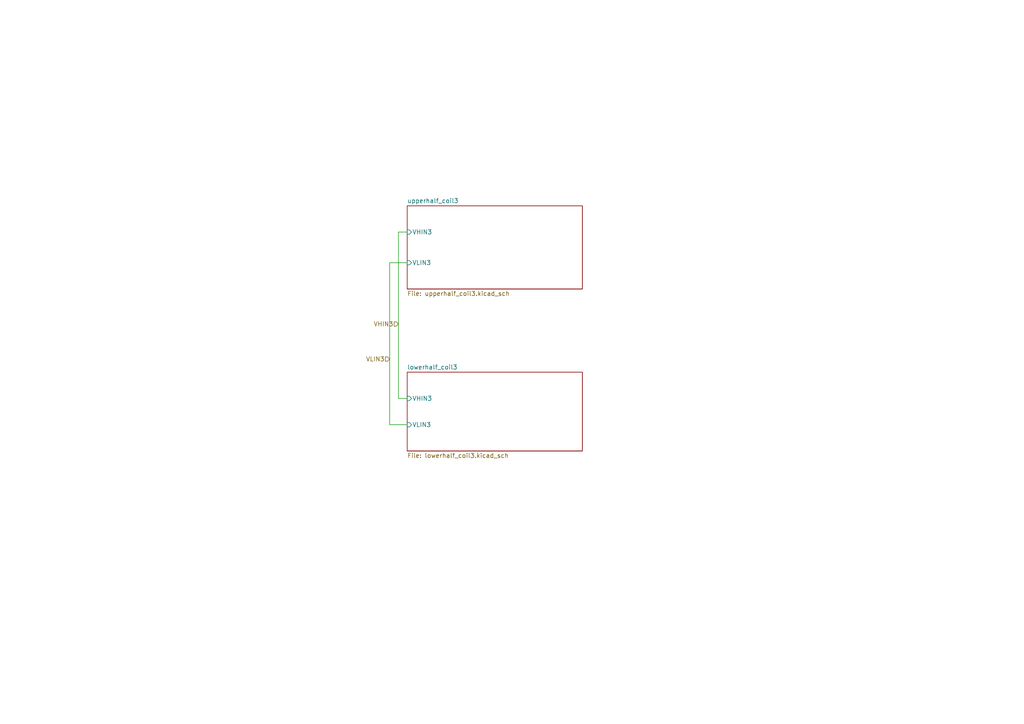
<source format=kicad_sch>
(kicad_sch
	(version 20231120)
	(generator "eeschema")
	(generator_version "8.0")
	(uuid "18c9947b-f2f5-403c-9c48-3253d2a2477c")
	(paper "A4")
	(lib_symbols)
	(wire
		(pts
			(xy 113.03 76.2) (xy 113.03 123.19)
		)
		(stroke
			(width 0)
			(type default)
		)
		(uuid "0aed360d-8bce-407e-869a-1fc72fe7c895")
	)
	(wire
		(pts
			(xy 115.57 67.31) (xy 115.57 115.57)
		)
		(stroke
			(width 0)
			(type default)
		)
		(uuid "2d5177db-4f58-4771-a964-e8816421463e")
	)
	(wire
		(pts
			(xy 118.11 76.2) (xy 113.03 76.2)
		)
		(stroke
			(width 0)
			(type default)
		)
		(uuid "479e8fe8-1aa1-443e-9fc0-5f7f4e2af82f")
	)
	(wire
		(pts
			(xy 113.03 123.19) (xy 118.11 123.19)
		)
		(stroke
			(width 0)
			(type default)
		)
		(uuid "4f70dec6-8e41-4db8-ac00-e52bccc5e701")
	)
	(wire
		(pts
			(xy 115.57 115.57) (xy 118.11 115.57)
		)
		(stroke
			(width 0)
			(type default)
		)
		(uuid "87f6b7b5-4115-40d8-bd5a-af9bfff9edfd")
	)
	(wire
		(pts
			(xy 118.11 67.31) (xy 115.57 67.31)
		)
		(stroke
			(width 0)
			(type default)
		)
		(uuid "adbcd592-024c-4d2e-b7fe-d844cc7dd8ec")
	)
	(hierarchical_label "VHIN3"
		(shape input)
		(at 115.57 93.98 180)
		(fields_autoplaced yes)
		(effects
			(font
				(size 1.27 1.27)
			)
			(justify right)
		)
		(uuid "179776c1-7613-40e5-9071-e7ef54d9b1b9")
	)
	(hierarchical_label "VLIN3"
		(shape input)
		(at 113.03 104.14 180)
		(fields_autoplaced yes)
		(effects
			(font
				(size 1.27 1.27)
			)
			(justify right)
		)
		(uuid "d7618c27-533e-451a-95da-60c9b2705a53")
	)
	(sheet
		(at 118.11 59.69)
		(size 50.8 24.13)
		(fields_autoplaced yes)
		(stroke
			(width 0.1524)
			(type solid)
		)
		(fill
			(color 0 0 0 0.0000)
		)
		(uuid "8ef36b6b-e9d2-4f78-8ff0-baf1846c03a2")
		(property "Sheetname" "upperhalf_coil3"
			(at 118.11 58.9784 0)
			(effects
				(font
					(size 1.27 1.27)
				)
				(justify left bottom)
			)
		)
		(property "Sheetfile" "upperhalf_coil3.kicad_sch"
			(at 118.11 84.4046 0)
			(effects
				(font
					(size 1.27 1.27)
				)
				(justify left top)
			)
		)
		(pin "VHIN3" input
			(at 118.11 67.31 180)
			(effects
				(font
					(size 1.27 1.27)
				)
				(justify left)
			)
			(uuid "5235c277-e325-495c-b3f8-9616e2ab7132")
		)
		(pin "VLIN3" input
			(at 118.11 76.2 180)
			(effects
				(font
					(size 1.27 1.27)
				)
				(justify left)
			)
			(uuid "b8752046-5668-439a-997a-957dd3d917e5")
		)
		(instances
			(project "simulatedpcb"
				(path "/edf94242-0cdc-4580-8fae-fd56a0fef1a3/186abe19-5de7-4a02-ac91-95a173256413"
					(page "10")
				)
			)
		)
	)
	(sheet
		(at 118.11 107.95)
		(size 50.8 22.86)
		(fields_autoplaced yes)
		(stroke
			(width 0.1524)
			(type solid)
		)
		(fill
			(color 0 0 0 0.0000)
		)
		(uuid "942d969f-c896-4557-bc69-9c6219de8397")
		(property "Sheetname" "lowerhalf_coil3"
			(at 118.11 107.2384 0)
			(effects
				(font
					(size 1.27 1.27)
				)
				(justify left bottom)
			)
		)
		(property "Sheetfile" "lowerhalf_coil3.kicad_sch"
			(at 118.11 131.3946 0)
			(effects
				(font
					(size 1.27 1.27)
				)
				(justify left top)
			)
		)
		(pin "VLIN3" input
			(at 118.11 123.19 180)
			(effects
				(font
					(size 1.27 1.27)
				)
				(justify left)
			)
			(uuid "18ed2368-7448-4c3d-9b9f-888475d02c81")
		)
		(pin "VHIN3" input
			(at 118.11 115.57 180)
			(effects
				(font
					(size 1.27 1.27)
				)
				(justify left)
			)
			(uuid "2cc5090f-b15c-4483-b963-b8e28d586299")
		)
		(instances
			(project "simulatedpcb"
				(path "/edf94242-0cdc-4580-8fae-fd56a0fef1a3/186abe19-5de7-4a02-ac91-95a173256413"
					(page "11")
				)
			)
		)
	)
)

</source>
